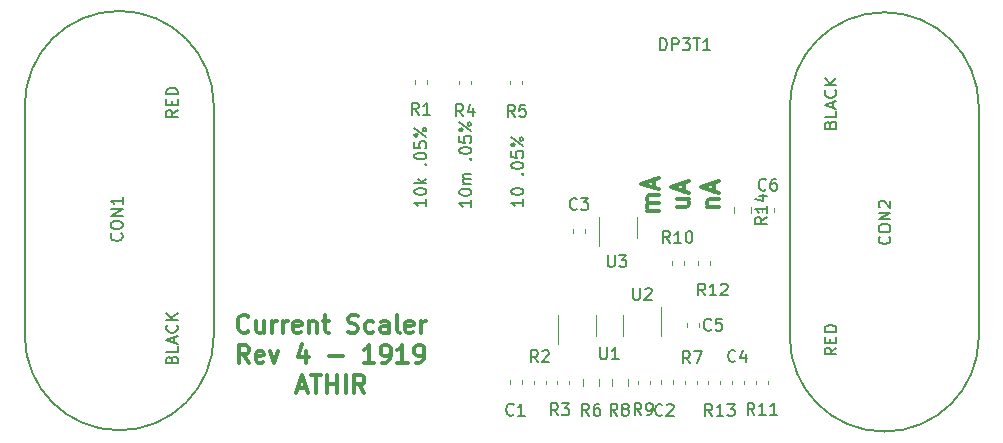
<source format=gto>
G04 #@! TF.GenerationSoftware,KiCad,Pcbnew,(5.1.0)-1*
G04 #@! TF.CreationDate,2019-05-21T21:29:46+02:00*
G04 #@! TF.ProjectId,currentscaler,63757272-656e-4747-9363-616c65722e6b,rev?*
G04 #@! TF.SameCoordinates,Original*
G04 #@! TF.FileFunction,Legend,Top*
G04 #@! TF.FilePolarity,Positive*
%FSLAX46Y46*%
G04 Gerber Fmt 4.6, Leading zero omitted, Abs format (unit mm)*
G04 Created by KiCad (PCBNEW (5.1.0)-1) date 2019-05-21 21:29:46*
%MOMM*%
%LPD*%
G04 APERTURE LIST*
%ADD10C,0.300000*%
%ADD11C,0.120000*%
%ADD12C,0.150000*%
G04 APERTURE END LIST*
D10*
X149128571Y-108285714D02*
X148128571Y-108285714D01*
X148271428Y-108285714D02*
X148200000Y-108214285D01*
X148128571Y-108071428D01*
X148128571Y-107857142D01*
X148200000Y-107714285D01*
X148342857Y-107642857D01*
X149128571Y-107642857D01*
X148342857Y-107642857D02*
X148200000Y-107571428D01*
X148128571Y-107428571D01*
X148128571Y-107214285D01*
X148200000Y-107071428D01*
X148342857Y-107000000D01*
X149128571Y-107000000D01*
X148700000Y-106357142D02*
X148700000Y-105642857D01*
X149128571Y-106500000D02*
X147628571Y-106000000D01*
X149128571Y-105500000D01*
X150678571Y-107321428D02*
X151678571Y-107321428D01*
X150678571Y-107964285D02*
X151464285Y-107964285D01*
X151607142Y-107892857D01*
X151678571Y-107750000D01*
X151678571Y-107535714D01*
X151607142Y-107392857D01*
X151535714Y-107321428D01*
X151250000Y-106678571D02*
X151250000Y-105964285D01*
X151678571Y-106821428D02*
X150178571Y-106321428D01*
X151678571Y-105821428D01*
X153228571Y-107964285D02*
X154228571Y-107964285D01*
X153371428Y-107964285D02*
X153300000Y-107892857D01*
X153228571Y-107750000D01*
X153228571Y-107535714D01*
X153300000Y-107392857D01*
X153442857Y-107321428D01*
X154228571Y-107321428D01*
X153800000Y-106678571D02*
X153800000Y-105964285D01*
X154228571Y-106821428D02*
X152728571Y-106321428D01*
X154228571Y-105821428D01*
X114400000Y-118485714D02*
X114328571Y-118557142D01*
X114114285Y-118628571D01*
X113971428Y-118628571D01*
X113757142Y-118557142D01*
X113614285Y-118414285D01*
X113542857Y-118271428D01*
X113471428Y-117985714D01*
X113471428Y-117771428D01*
X113542857Y-117485714D01*
X113614285Y-117342857D01*
X113757142Y-117200000D01*
X113971428Y-117128571D01*
X114114285Y-117128571D01*
X114328571Y-117200000D01*
X114400000Y-117271428D01*
X115685714Y-117628571D02*
X115685714Y-118628571D01*
X115042857Y-117628571D02*
X115042857Y-118414285D01*
X115114285Y-118557142D01*
X115257142Y-118628571D01*
X115471428Y-118628571D01*
X115614285Y-118557142D01*
X115685714Y-118485714D01*
X116400000Y-118628571D02*
X116400000Y-117628571D01*
X116400000Y-117914285D02*
X116471428Y-117771428D01*
X116542857Y-117700000D01*
X116685714Y-117628571D01*
X116828571Y-117628571D01*
X117328571Y-118628571D02*
X117328571Y-117628571D01*
X117328571Y-117914285D02*
X117400000Y-117771428D01*
X117471428Y-117700000D01*
X117614285Y-117628571D01*
X117757142Y-117628571D01*
X118828571Y-118557142D02*
X118685714Y-118628571D01*
X118400000Y-118628571D01*
X118257142Y-118557142D01*
X118185714Y-118414285D01*
X118185714Y-117842857D01*
X118257142Y-117700000D01*
X118400000Y-117628571D01*
X118685714Y-117628571D01*
X118828571Y-117700000D01*
X118900000Y-117842857D01*
X118900000Y-117985714D01*
X118185714Y-118128571D01*
X119542857Y-117628571D02*
X119542857Y-118628571D01*
X119542857Y-117771428D02*
X119614285Y-117700000D01*
X119757142Y-117628571D01*
X119971428Y-117628571D01*
X120114285Y-117700000D01*
X120185714Y-117842857D01*
X120185714Y-118628571D01*
X120685714Y-117628571D02*
X121257142Y-117628571D01*
X120900000Y-117128571D02*
X120900000Y-118414285D01*
X120971428Y-118557142D01*
X121114285Y-118628571D01*
X121257142Y-118628571D01*
X122828571Y-118557142D02*
X123042857Y-118628571D01*
X123400000Y-118628571D01*
X123542857Y-118557142D01*
X123614285Y-118485714D01*
X123685714Y-118342857D01*
X123685714Y-118200000D01*
X123614285Y-118057142D01*
X123542857Y-117985714D01*
X123400000Y-117914285D01*
X123114285Y-117842857D01*
X122971428Y-117771428D01*
X122900000Y-117700000D01*
X122828571Y-117557142D01*
X122828571Y-117414285D01*
X122900000Y-117271428D01*
X122971428Y-117200000D01*
X123114285Y-117128571D01*
X123471428Y-117128571D01*
X123685714Y-117200000D01*
X124971428Y-118557142D02*
X124828571Y-118628571D01*
X124542857Y-118628571D01*
X124400000Y-118557142D01*
X124328571Y-118485714D01*
X124257142Y-118342857D01*
X124257142Y-117914285D01*
X124328571Y-117771428D01*
X124400000Y-117700000D01*
X124542857Y-117628571D01*
X124828571Y-117628571D01*
X124971428Y-117700000D01*
X126257142Y-118628571D02*
X126257142Y-117842857D01*
X126185714Y-117700000D01*
X126042857Y-117628571D01*
X125757142Y-117628571D01*
X125614285Y-117700000D01*
X126257142Y-118557142D02*
X126114285Y-118628571D01*
X125757142Y-118628571D01*
X125614285Y-118557142D01*
X125542857Y-118414285D01*
X125542857Y-118271428D01*
X125614285Y-118128571D01*
X125757142Y-118057142D01*
X126114285Y-118057142D01*
X126257142Y-117985714D01*
X127185714Y-118628571D02*
X127042857Y-118557142D01*
X126971428Y-118414285D01*
X126971428Y-117128571D01*
X128328571Y-118557142D02*
X128185714Y-118628571D01*
X127900000Y-118628571D01*
X127757142Y-118557142D01*
X127685714Y-118414285D01*
X127685714Y-117842857D01*
X127757142Y-117700000D01*
X127900000Y-117628571D01*
X128185714Y-117628571D01*
X128328571Y-117700000D01*
X128400000Y-117842857D01*
X128400000Y-117985714D01*
X127685714Y-118128571D01*
X129042857Y-118628571D02*
X129042857Y-117628571D01*
X129042857Y-117914285D02*
X129114285Y-117771428D01*
X129185714Y-117700000D01*
X129328571Y-117628571D01*
X129471428Y-117628571D01*
X114435714Y-121178571D02*
X113935714Y-120464285D01*
X113578571Y-121178571D02*
X113578571Y-119678571D01*
X114150000Y-119678571D01*
X114292857Y-119750000D01*
X114364285Y-119821428D01*
X114435714Y-119964285D01*
X114435714Y-120178571D01*
X114364285Y-120321428D01*
X114292857Y-120392857D01*
X114150000Y-120464285D01*
X113578571Y-120464285D01*
X115650000Y-121107142D02*
X115507142Y-121178571D01*
X115221428Y-121178571D01*
X115078571Y-121107142D01*
X115007142Y-120964285D01*
X115007142Y-120392857D01*
X115078571Y-120250000D01*
X115221428Y-120178571D01*
X115507142Y-120178571D01*
X115650000Y-120250000D01*
X115721428Y-120392857D01*
X115721428Y-120535714D01*
X115007142Y-120678571D01*
X116221428Y-120178571D02*
X116578571Y-121178571D01*
X116935714Y-120178571D01*
X119292857Y-120178571D02*
X119292857Y-121178571D01*
X118935714Y-119607142D02*
X118578571Y-120678571D01*
X119507142Y-120678571D01*
X121221428Y-120607142D02*
X122364285Y-120607142D01*
X125007142Y-121178571D02*
X124150000Y-121178571D01*
X124578571Y-121178571D02*
X124578571Y-119678571D01*
X124435714Y-119892857D01*
X124292857Y-120035714D01*
X124150000Y-120107142D01*
X125721428Y-121178571D02*
X126007142Y-121178571D01*
X126150000Y-121107142D01*
X126221428Y-121035714D01*
X126364285Y-120821428D01*
X126435714Y-120535714D01*
X126435714Y-119964285D01*
X126364285Y-119821428D01*
X126292857Y-119750000D01*
X126150000Y-119678571D01*
X125864285Y-119678571D01*
X125721428Y-119750000D01*
X125650000Y-119821428D01*
X125578571Y-119964285D01*
X125578571Y-120321428D01*
X125650000Y-120464285D01*
X125721428Y-120535714D01*
X125864285Y-120607142D01*
X126150000Y-120607142D01*
X126292857Y-120535714D01*
X126364285Y-120464285D01*
X126435714Y-120321428D01*
X127864285Y-121178571D02*
X127007142Y-121178571D01*
X127435714Y-121178571D02*
X127435714Y-119678571D01*
X127292857Y-119892857D01*
X127150000Y-120035714D01*
X127007142Y-120107142D01*
X128578571Y-121178571D02*
X128864285Y-121178571D01*
X129007142Y-121107142D01*
X129078571Y-121035714D01*
X129221428Y-120821428D01*
X129292857Y-120535714D01*
X129292857Y-119964285D01*
X129221428Y-119821428D01*
X129150000Y-119750000D01*
X129007142Y-119678571D01*
X128721428Y-119678571D01*
X128578571Y-119750000D01*
X128507142Y-119821428D01*
X128435714Y-119964285D01*
X128435714Y-120321428D01*
X128507142Y-120464285D01*
X128578571Y-120535714D01*
X128721428Y-120607142D01*
X129007142Y-120607142D01*
X129150000Y-120535714D01*
X129221428Y-120464285D01*
X129292857Y-120321428D01*
X118578571Y-123300000D02*
X119292857Y-123300000D01*
X118435714Y-123728571D02*
X118935714Y-122228571D01*
X119435714Y-123728571D01*
X119721428Y-122228571D02*
X120578571Y-122228571D01*
X120150000Y-123728571D02*
X120150000Y-122228571D01*
X121078571Y-123728571D02*
X121078571Y-122228571D01*
X121078571Y-122942857D02*
X121935714Y-122942857D01*
X121935714Y-123728571D02*
X121935714Y-122228571D01*
X122650000Y-123728571D02*
X122650000Y-122228571D01*
X124221428Y-123728571D02*
X123721428Y-123014285D01*
X123364285Y-123728571D02*
X123364285Y-122228571D01*
X123935714Y-122228571D01*
X124078571Y-122300000D01*
X124150000Y-122371428D01*
X124221428Y-122514285D01*
X124221428Y-122728571D01*
X124150000Y-122871428D01*
X124078571Y-122942857D01*
X123935714Y-123014285D01*
X123364285Y-123014285D01*
D11*
X155490000Y-107953922D02*
X155490000Y-108471078D01*
X156910000Y-107953922D02*
X156910000Y-108471078D01*
X146560000Y-123108578D02*
X146560000Y-122591422D01*
X145140000Y-123108578D02*
X145140000Y-122591422D01*
X142690000Y-122591422D02*
X142690000Y-123108578D01*
X144110000Y-122591422D02*
X144110000Y-123108578D01*
D12*
X160230000Y-99500000D02*
X160230000Y-119000000D01*
X176230000Y-119000000D02*
X176230000Y-99500000D01*
X176230000Y-119000000D02*
G75*
G02X160230000Y-119000000I-8000000J0D01*
G01*
X160230000Y-99500000D02*
G75*
G02X176230000Y-99500000I8000000J0D01*
G01*
X111460000Y-118890000D02*
X111460000Y-99390000D01*
X95460000Y-99390000D02*
X95460000Y-118890000D01*
X95460000Y-99390000D02*
G75*
G02X111460000Y-99390000I8000000J0D01*
G01*
X111460000Y-118890000D02*
G75*
G02X95460000Y-118890000I-8000000J0D01*
G01*
D11*
X149340000Y-123000279D02*
X149340000Y-122674721D01*
X150360000Y-123000279D02*
X150360000Y-122674721D01*
X143860000Y-118900000D02*
X143860000Y-117100000D01*
X140640000Y-117100000D02*
X140640000Y-119550000D01*
X149360000Y-118900000D02*
X149360000Y-116450000D01*
X146140000Y-117100000D02*
X146140000Y-118900000D01*
X147260000Y-110650000D02*
X147260000Y-108850000D01*
X144040000Y-108850000D02*
X144040000Y-111300000D01*
X147340000Y-123012779D02*
X147340000Y-122687221D01*
X148360000Y-123012779D02*
X148360000Y-122687221D01*
X151260000Y-112587221D02*
X151260000Y-112912779D01*
X150240000Y-112587221D02*
X150240000Y-112912779D01*
X132240000Y-97287221D02*
X132240000Y-97612779D01*
X133260000Y-97287221D02*
X133260000Y-97612779D01*
X151340000Y-123012779D02*
X151340000Y-122687221D01*
X152360000Y-123012779D02*
X152360000Y-122687221D01*
X137560000Y-97287221D02*
X137560000Y-97612779D01*
X136540000Y-97287221D02*
X136540000Y-97612779D01*
X153340000Y-123012779D02*
X153340000Y-122687221D01*
X154360000Y-123012779D02*
X154360000Y-122687221D01*
X140490000Y-122687221D02*
X140490000Y-123012779D01*
X141510000Y-122687221D02*
X141510000Y-123012779D01*
X138540000Y-122687221D02*
X138540000Y-123012779D01*
X139560000Y-122687221D02*
X139560000Y-123012779D01*
X129510000Y-97247221D02*
X129510000Y-97572779D01*
X128490000Y-97247221D02*
X128490000Y-97572779D01*
X152490000Y-112912779D02*
X152490000Y-112587221D01*
X153510000Y-112912779D02*
X153510000Y-112587221D01*
X157890000Y-108087221D02*
X157890000Y-108412779D01*
X158910000Y-108087221D02*
X158910000Y-108412779D01*
X158360000Y-123012779D02*
X158360000Y-122687221D01*
X157340000Y-123012779D02*
X157340000Y-122687221D01*
X151490000Y-118162779D02*
X151490000Y-117837221D01*
X152510000Y-118162779D02*
X152510000Y-117837221D01*
X156360000Y-123012779D02*
X156360000Y-122687221D01*
X155340000Y-123012779D02*
X155340000Y-122687221D01*
X142910000Y-109837221D02*
X142910000Y-110162779D01*
X141890000Y-109837221D02*
X141890000Y-110162779D01*
X136540000Y-122674721D02*
X136540000Y-123000279D01*
X137560000Y-122674721D02*
X137560000Y-123000279D01*
D12*
X158302380Y-108855357D02*
X157826190Y-109188690D01*
X158302380Y-109426785D02*
X157302380Y-109426785D01*
X157302380Y-109045833D01*
X157350000Y-108950595D01*
X157397619Y-108902976D01*
X157492857Y-108855357D01*
X157635714Y-108855357D01*
X157730952Y-108902976D01*
X157778571Y-108950595D01*
X157826190Y-109045833D01*
X157826190Y-109426785D01*
X158302380Y-107902976D02*
X158302380Y-108474404D01*
X158302380Y-108188690D02*
X157302380Y-108188690D01*
X157445238Y-108283928D01*
X157540476Y-108379166D01*
X157588095Y-108474404D01*
X157635714Y-107045833D02*
X158302380Y-107045833D01*
X157254761Y-107283928D02*
X157969047Y-107522023D01*
X157969047Y-106902976D01*
X145633333Y-125652380D02*
X145300000Y-125176190D01*
X145061904Y-125652380D02*
X145061904Y-124652380D01*
X145442857Y-124652380D01*
X145538095Y-124700000D01*
X145585714Y-124747619D01*
X145633333Y-124842857D01*
X145633333Y-124985714D01*
X145585714Y-125080952D01*
X145538095Y-125128571D01*
X145442857Y-125176190D01*
X145061904Y-125176190D01*
X146204761Y-125080952D02*
X146109523Y-125033333D01*
X146061904Y-124985714D01*
X146014285Y-124890476D01*
X146014285Y-124842857D01*
X146061904Y-124747619D01*
X146109523Y-124700000D01*
X146204761Y-124652380D01*
X146395238Y-124652380D01*
X146490476Y-124700000D01*
X146538095Y-124747619D01*
X146585714Y-124842857D01*
X146585714Y-124890476D01*
X146538095Y-124985714D01*
X146490476Y-125033333D01*
X146395238Y-125080952D01*
X146204761Y-125080952D01*
X146109523Y-125128571D01*
X146061904Y-125176190D01*
X146014285Y-125271428D01*
X146014285Y-125461904D01*
X146061904Y-125557142D01*
X146109523Y-125604761D01*
X146204761Y-125652380D01*
X146395238Y-125652380D01*
X146490476Y-125604761D01*
X146538095Y-125557142D01*
X146585714Y-125461904D01*
X146585714Y-125271428D01*
X146538095Y-125176190D01*
X146490476Y-125128571D01*
X146395238Y-125080952D01*
X143233333Y-125652380D02*
X142900000Y-125176190D01*
X142661904Y-125652380D02*
X142661904Y-124652380D01*
X143042857Y-124652380D01*
X143138095Y-124700000D01*
X143185714Y-124747619D01*
X143233333Y-124842857D01*
X143233333Y-124985714D01*
X143185714Y-125080952D01*
X143138095Y-125128571D01*
X143042857Y-125176190D01*
X142661904Y-125176190D01*
X144090476Y-124652380D02*
X143900000Y-124652380D01*
X143804761Y-124700000D01*
X143757142Y-124747619D01*
X143661904Y-124890476D01*
X143614285Y-125080952D01*
X143614285Y-125461904D01*
X143661904Y-125557142D01*
X143709523Y-125604761D01*
X143804761Y-125652380D01*
X143995238Y-125652380D01*
X144090476Y-125604761D01*
X144138095Y-125557142D01*
X144185714Y-125461904D01*
X144185714Y-125223809D01*
X144138095Y-125128571D01*
X144090476Y-125080952D01*
X143995238Y-125033333D01*
X143804761Y-125033333D01*
X143709523Y-125080952D01*
X143661904Y-125128571D01*
X143614285Y-125223809D01*
X149254761Y-94702380D02*
X149254761Y-93702380D01*
X149492857Y-93702380D01*
X149635714Y-93750000D01*
X149730952Y-93845238D01*
X149778571Y-93940476D01*
X149826190Y-94130952D01*
X149826190Y-94273809D01*
X149778571Y-94464285D01*
X149730952Y-94559523D01*
X149635714Y-94654761D01*
X149492857Y-94702380D01*
X149254761Y-94702380D01*
X150254761Y-94702380D02*
X150254761Y-93702380D01*
X150635714Y-93702380D01*
X150730952Y-93750000D01*
X150778571Y-93797619D01*
X150826190Y-93892857D01*
X150826190Y-94035714D01*
X150778571Y-94130952D01*
X150730952Y-94178571D01*
X150635714Y-94226190D01*
X150254761Y-94226190D01*
X151159523Y-93702380D02*
X151778571Y-93702380D01*
X151445238Y-94083333D01*
X151588095Y-94083333D01*
X151683333Y-94130952D01*
X151730952Y-94178571D01*
X151778571Y-94273809D01*
X151778571Y-94511904D01*
X151730952Y-94607142D01*
X151683333Y-94654761D01*
X151588095Y-94702380D01*
X151302380Y-94702380D01*
X151207142Y-94654761D01*
X151159523Y-94607142D01*
X152064285Y-93702380D02*
X152635714Y-93702380D01*
X152350000Y-94702380D02*
X152350000Y-93702380D01*
X153492857Y-94702380D02*
X152921428Y-94702380D01*
X153207142Y-94702380D02*
X153207142Y-93702380D01*
X153111904Y-93845238D01*
X153016666Y-93940476D01*
X152921428Y-93988095D01*
X168657142Y-110504285D02*
X168704761Y-110551904D01*
X168752380Y-110694761D01*
X168752380Y-110790000D01*
X168704761Y-110932857D01*
X168609523Y-111028095D01*
X168514285Y-111075714D01*
X168323809Y-111123333D01*
X168180952Y-111123333D01*
X167990476Y-111075714D01*
X167895238Y-111028095D01*
X167800000Y-110932857D01*
X167752380Y-110790000D01*
X167752380Y-110694761D01*
X167800000Y-110551904D01*
X167847619Y-110504285D01*
X167752380Y-109885238D02*
X167752380Y-109694761D01*
X167800000Y-109599523D01*
X167895238Y-109504285D01*
X168085714Y-109456666D01*
X168419047Y-109456666D01*
X168609523Y-109504285D01*
X168704761Y-109599523D01*
X168752380Y-109694761D01*
X168752380Y-109885238D01*
X168704761Y-109980476D01*
X168609523Y-110075714D01*
X168419047Y-110123333D01*
X168085714Y-110123333D01*
X167895238Y-110075714D01*
X167800000Y-109980476D01*
X167752380Y-109885238D01*
X168752380Y-109028095D02*
X167752380Y-109028095D01*
X168752380Y-108456666D01*
X167752380Y-108456666D01*
X167847619Y-108028095D02*
X167800000Y-107980476D01*
X167752380Y-107885238D01*
X167752380Y-107647142D01*
X167800000Y-107551904D01*
X167847619Y-107504285D01*
X167942857Y-107456666D01*
X168038095Y-107456666D01*
X168180952Y-107504285D01*
X168752380Y-108075714D01*
X168752380Y-107456666D01*
X163658571Y-101011904D02*
X163706190Y-100869047D01*
X163753809Y-100821428D01*
X163849047Y-100773809D01*
X163991904Y-100773809D01*
X164087142Y-100821428D01*
X164134761Y-100869047D01*
X164182380Y-100964285D01*
X164182380Y-101345238D01*
X163182380Y-101345238D01*
X163182380Y-101011904D01*
X163230000Y-100916666D01*
X163277619Y-100869047D01*
X163372857Y-100821428D01*
X163468095Y-100821428D01*
X163563333Y-100869047D01*
X163610952Y-100916666D01*
X163658571Y-101011904D01*
X163658571Y-101345238D01*
X164182380Y-99869047D02*
X164182380Y-100345238D01*
X163182380Y-100345238D01*
X163896666Y-99583333D02*
X163896666Y-99107142D01*
X164182380Y-99678571D02*
X163182380Y-99345238D01*
X164182380Y-99011904D01*
X164087142Y-98107142D02*
X164134761Y-98154761D01*
X164182380Y-98297619D01*
X164182380Y-98392857D01*
X164134761Y-98535714D01*
X164039523Y-98630952D01*
X163944285Y-98678571D01*
X163753809Y-98726190D01*
X163610952Y-98726190D01*
X163420476Y-98678571D01*
X163325238Y-98630952D01*
X163230000Y-98535714D01*
X163182380Y-98392857D01*
X163182380Y-98297619D01*
X163230000Y-98154761D01*
X163277619Y-98107142D01*
X164182380Y-97678571D02*
X163182380Y-97678571D01*
X164182380Y-97107142D02*
X163610952Y-97535714D01*
X163182380Y-97107142D02*
X163753809Y-97678571D01*
X164182380Y-119892857D02*
X163706190Y-120226190D01*
X164182380Y-120464285D02*
X163182380Y-120464285D01*
X163182380Y-120083333D01*
X163230000Y-119988095D01*
X163277619Y-119940476D01*
X163372857Y-119892857D01*
X163515714Y-119892857D01*
X163610952Y-119940476D01*
X163658571Y-119988095D01*
X163706190Y-120083333D01*
X163706190Y-120464285D01*
X163658571Y-119464285D02*
X163658571Y-119130952D01*
X164182380Y-118988095D02*
X164182380Y-119464285D01*
X163182380Y-119464285D01*
X163182380Y-118988095D01*
X164182380Y-118559523D02*
X163182380Y-118559523D01*
X163182380Y-118321428D01*
X163230000Y-118178571D01*
X163325238Y-118083333D01*
X163420476Y-118035714D01*
X163610952Y-117988095D01*
X163753809Y-117988095D01*
X163944285Y-118035714D01*
X164039523Y-118083333D01*
X164134761Y-118178571D01*
X164182380Y-118321428D01*
X164182380Y-118559523D01*
X103647142Y-110224285D02*
X103694761Y-110271904D01*
X103742380Y-110414761D01*
X103742380Y-110510000D01*
X103694761Y-110652857D01*
X103599523Y-110748095D01*
X103504285Y-110795714D01*
X103313809Y-110843333D01*
X103170952Y-110843333D01*
X102980476Y-110795714D01*
X102885238Y-110748095D01*
X102790000Y-110652857D01*
X102742380Y-110510000D01*
X102742380Y-110414761D01*
X102790000Y-110271904D01*
X102837619Y-110224285D01*
X102742380Y-109605238D02*
X102742380Y-109414761D01*
X102790000Y-109319523D01*
X102885238Y-109224285D01*
X103075714Y-109176666D01*
X103409047Y-109176666D01*
X103599523Y-109224285D01*
X103694761Y-109319523D01*
X103742380Y-109414761D01*
X103742380Y-109605238D01*
X103694761Y-109700476D01*
X103599523Y-109795714D01*
X103409047Y-109843333D01*
X103075714Y-109843333D01*
X102885238Y-109795714D01*
X102790000Y-109700476D01*
X102742380Y-109605238D01*
X103742380Y-108748095D02*
X102742380Y-108748095D01*
X103742380Y-108176666D01*
X102742380Y-108176666D01*
X103742380Y-107176666D02*
X103742380Y-107748095D01*
X103742380Y-107462380D02*
X102742380Y-107462380D01*
X102885238Y-107557619D01*
X102980476Y-107652857D01*
X103028095Y-107748095D01*
X107888571Y-120901904D02*
X107936190Y-120759047D01*
X107983809Y-120711428D01*
X108079047Y-120663809D01*
X108221904Y-120663809D01*
X108317142Y-120711428D01*
X108364761Y-120759047D01*
X108412380Y-120854285D01*
X108412380Y-121235238D01*
X107412380Y-121235238D01*
X107412380Y-120901904D01*
X107460000Y-120806666D01*
X107507619Y-120759047D01*
X107602857Y-120711428D01*
X107698095Y-120711428D01*
X107793333Y-120759047D01*
X107840952Y-120806666D01*
X107888571Y-120901904D01*
X107888571Y-121235238D01*
X108412380Y-119759047D02*
X108412380Y-120235238D01*
X107412380Y-120235238D01*
X108126666Y-119473333D02*
X108126666Y-118997142D01*
X108412380Y-119568571D02*
X107412380Y-119235238D01*
X108412380Y-118901904D01*
X108317142Y-117997142D02*
X108364761Y-118044761D01*
X108412380Y-118187619D01*
X108412380Y-118282857D01*
X108364761Y-118425714D01*
X108269523Y-118520952D01*
X108174285Y-118568571D01*
X107983809Y-118616190D01*
X107840952Y-118616190D01*
X107650476Y-118568571D01*
X107555238Y-118520952D01*
X107460000Y-118425714D01*
X107412380Y-118282857D01*
X107412380Y-118187619D01*
X107460000Y-118044761D01*
X107507619Y-117997142D01*
X108412380Y-117568571D02*
X107412380Y-117568571D01*
X108412380Y-116997142D02*
X107840952Y-117425714D01*
X107412380Y-116997142D02*
X107983809Y-117568571D01*
X108412380Y-99782857D02*
X107936190Y-100116190D01*
X108412380Y-100354285D02*
X107412380Y-100354285D01*
X107412380Y-99973333D01*
X107460000Y-99878095D01*
X107507619Y-99830476D01*
X107602857Y-99782857D01*
X107745714Y-99782857D01*
X107840952Y-99830476D01*
X107888571Y-99878095D01*
X107936190Y-99973333D01*
X107936190Y-100354285D01*
X107888571Y-99354285D02*
X107888571Y-99020952D01*
X108412380Y-98878095D02*
X108412380Y-99354285D01*
X107412380Y-99354285D01*
X107412380Y-98878095D01*
X108412380Y-98449523D02*
X107412380Y-98449523D01*
X107412380Y-98211428D01*
X107460000Y-98068571D01*
X107555238Y-97973333D01*
X107650476Y-97925714D01*
X107840952Y-97878095D01*
X107983809Y-97878095D01*
X108174285Y-97925714D01*
X108269523Y-97973333D01*
X108364761Y-98068571D01*
X108412380Y-98211428D01*
X108412380Y-98449523D01*
X149433333Y-125577142D02*
X149385714Y-125624761D01*
X149242857Y-125672380D01*
X149147619Y-125672380D01*
X149004761Y-125624761D01*
X148909523Y-125529523D01*
X148861904Y-125434285D01*
X148814285Y-125243809D01*
X148814285Y-125100952D01*
X148861904Y-124910476D01*
X148909523Y-124815238D01*
X149004761Y-124720000D01*
X149147619Y-124672380D01*
X149242857Y-124672380D01*
X149385714Y-124720000D01*
X149433333Y-124767619D01*
X149814285Y-124767619D02*
X149861904Y-124720000D01*
X149957142Y-124672380D01*
X150195238Y-124672380D01*
X150290476Y-124720000D01*
X150338095Y-124767619D01*
X150385714Y-124862857D01*
X150385714Y-124958095D01*
X150338095Y-125100952D01*
X149766666Y-125672380D01*
X150385714Y-125672380D01*
X144158095Y-119872380D02*
X144158095Y-120681904D01*
X144205714Y-120777142D01*
X144253333Y-120824761D01*
X144348571Y-120872380D01*
X144539047Y-120872380D01*
X144634285Y-120824761D01*
X144681904Y-120777142D01*
X144729523Y-120681904D01*
X144729523Y-119872380D01*
X145729523Y-120872380D02*
X145158095Y-120872380D01*
X145443809Y-120872380D02*
X145443809Y-119872380D01*
X145348571Y-120015238D01*
X145253333Y-120110476D01*
X145158095Y-120158095D01*
X146968095Y-114842380D02*
X146968095Y-115651904D01*
X147015714Y-115747142D01*
X147063333Y-115794761D01*
X147158571Y-115842380D01*
X147349047Y-115842380D01*
X147444285Y-115794761D01*
X147491904Y-115747142D01*
X147539523Y-115651904D01*
X147539523Y-114842380D01*
X147968095Y-114937619D02*
X148015714Y-114890000D01*
X148110952Y-114842380D01*
X148349047Y-114842380D01*
X148444285Y-114890000D01*
X148491904Y-114937619D01*
X148539523Y-115032857D01*
X148539523Y-115128095D01*
X148491904Y-115270952D01*
X147920476Y-115842380D01*
X148539523Y-115842380D01*
X144828095Y-112072380D02*
X144828095Y-112881904D01*
X144875714Y-112977142D01*
X144923333Y-113024761D01*
X145018571Y-113072380D01*
X145209047Y-113072380D01*
X145304285Y-113024761D01*
X145351904Y-112977142D01*
X145399523Y-112881904D01*
X145399523Y-112072380D01*
X145780476Y-112072380D02*
X146399523Y-112072380D01*
X146066190Y-112453333D01*
X146209047Y-112453333D01*
X146304285Y-112500952D01*
X146351904Y-112548571D01*
X146399523Y-112643809D01*
X146399523Y-112881904D01*
X146351904Y-112977142D01*
X146304285Y-113024761D01*
X146209047Y-113072380D01*
X145923333Y-113072380D01*
X145828095Y-113024761D01*
X145780476Y-112977142D01*
X147663333Y-125602380D02*
X147330000Y-125126190D01*
X147091904Y-125602380D02*
X147091904Y-124602380D01*
X147472857Y-124602380D01*
X147568095Y-124650000D01*
X147615714Y-124697619D01*
X147663333Y-124792857D01*
X147663333Y-124935714D01*
X147615714Y-125030952D01*
X147568095Y-125078571D01*
X147472857Y-125126190D01*
X147091904Y-125126190D01*
X148139523Y-125602380D02*
X148330000Y-125602380D01*
X148425238Y-125554761D01*
X148472857Y-125507142D01*
X148568095Y-125364285D01*
X148615714Y-125173809D01*
X148615714Y-124792857D01*
X148568095Y-124697619D01*
X148520476Y-124650000D01*
X148425238Y-124602380D01*
X148234761Y-124602380D01*
X148139523Y-124650000D01*
X148091904Y-124697619D01*
X148044285Y-124792857D01*
X148044285Y-125030952D01*
X148091904Y-125126190D01*
X148139523Y-125173809D01*
X148234761Y-125221428D01*
X148425238Y-125221428D01*
X148520476Y-125173809D01*
X148568095Y-125126190D01*
X148615714Y-125030952D01*
X150087142Y-111032380D02*
X149753809Y-110556190D01*
X149515714Y-111032380D02*
X149515714Y-110032380D01*
X149896666Y-110032380D01*
X149991904Y-110080000D01*
X150039523Y-110127619D01*
X150087142Y-110222857D01*
X150087142Y-110365714D01*
X150039523Y-110460952D01*
X149991904Y-110508571D01*
X149896666Y-110556190D01*
X149515714Y-110556190D01*
X151039523Y-111032380D02*
X150468095Y-111032380D01*
X150753809Y-111032380D02*
X150753809Y-110032380D01*
X150658571Y-110175238D01*
X150563333Y-110270476D01*
X150468095Y-110318095D01*
X151658571Y-110032380D02*
X151753809Y-110032380D01*
X151849047Y-110080000D01*
X151896666Y-110127619D01*
X151944285Y-110222857D01*
X151991904Y-110413333D01*
X151991904Y-110651428D01*
X151944285Y-110841904D01*
X151896666Y-110937142D01*
X151849047Y-110984761D01*
X151753809Y-111032380D01*
X151658571Y-111032380D01*
X151563333Y-110984761D01*
X151515714Y-110937142D01*
X151468095Y-110841904D01*
X151420476Y-110651428D01*
X151420476Y-110413333D01*
X151468095Y-110222857D01*
X151515714Y-110127619D01*
X151563333Y-110080000D01*
X151658571Y-110032380D01*
X132573333Y-100302380D02*
X132240000Y-99826190D01*
X132001904Y-100302380D02*
X132001904Y-99302380D01*
X132382857Y-99302380D01*
X132478095Y-99350000D01*
X132525714Y-99397619D01*
X132573333Y-99492857D01*
X132573333Y-99635714D01*
X132525714Y-99730952D01*
X132478095Y-99778571D01*
X132382857Y-99826190D01*
X132001904Y-99826190D01*
X133430476Y-99635714D02*
X133430476Y-100302380D01*
X133192380Y-99254761D02*
X132954285Y-99969047D01*
X133573333Y-99969047D01*
X133252380Y-107400000D02*
X133252380Y-107971428D01*
X133252380Y-107685714D02*
X132252380Y-107685714D01*
X132395238Y-107780952D01*
X132490476Y-107876190D01*
X132538095Y-107971428D01*
X132252380Y-106780952D02*
X132252380Y-106685714D01*
X132300000Y-106590476D01*
X132347619Y-106542857D01*
X132442857Y-106495238D01*
X132633333Y-106447619D01*
X132871428Y-106447619D01*
X133061904Y-106495238D01*
X133157142Y-106542857D01*
X133204761Y-106590476D01*
X133252380Y-106685714D01*
X133252380Y-106780952D01*
X133204761Y-106876190D01*
X133157142Y-106923809D01*
X133061904Y-106971428D01*
X132871428Y-107019047D01*
X132633333Y-107019047D01*
X132442857Y-106971428D01*
X132347619Y-106923809D01*
X132300000Y-106876190D01*
X132252380Y-106780952D01*
X133252380Y-106019047D02*
X132585714Y-106019047D01*
X132680952Y-106019047D02*
X132633333Y-105971428D01*
X132585714Y-105876190D01*
X132585714Y-105733333D01*
X132633333Y-105638095D01*
X132728571Y-105590476D01*
X133252380Y-105590476D01*
X132728571Y-105590476D02*
X132633333Y-105542857D01*
X132585714Y-105447619D01*
X132585714Y-105304761D01*
X132633333Y-105209523D01*
X132728571Y-105161904D01*
X133252380Y-105161904D01*
X133157142Y-103923809D02*
X133204761Y-103876190D01*
X133252380Y-103923809D01*
X133204761Y-103971428D01*
X133157142Y-103923809D01*
X133252380Y-103923809D01*
X132252380Y-103257142D02*
X132252380Y-103161904D01*
X132300000Y-103066666D01*
X132347619Y-103019047D01*
X132442857Y-102971428D01*
X132633333Y-102923809D01*
X132871428Y-102923809D01*
X133061904Y-102971428D01*
X133157142Y-103019047D01*
X133204761Y-103066666D01*
X133252380Y-103161904D01*
X133252380Y-103257142D01*
X133204761Y-103352380D01*
X133157142Y-103400000D01*
X133061904Y-103447619D01*
X132871428Y-103495238D01*
X132633333Y-103495238D01*
X132442857Y-103447619D01*
X132347619Y-103400000D01*
X132300000Y-103352380D01*
X132252380Y-103257142D01*
X132252380Y-102019047D02*
X132252380Y-102495238D01*
X132728571Y-102542857D01*
X132680952Y-102495238D01*
X132633333Y-102400000D01*
X132633333Y-102161904D01*
X132680952Y-102066666D01*
X132728571Y-102019047D01*
X132823809Y-101971428D01*
X133061904Y-101971428D01*
X133157142Y-102019047D01*
X133204761Y-102066666D01*
X133252380Y-102161904D01*
X133252380Y-102400000D01*
X133204761Y-102495238D01*
X133157142Y-102542857D01*
X133252380Y-101590476D02*
X132252380Y-100828571D01*
X132252380Y-101447619D02*
X132300000Y-101352380D01*
X132395238Y-101304761D01*
X132490476Y-101352380D01*
X132538095Y-101447619D01*
X132490476Y-101542857D01*
X132395238Y-101590476D01*
X132300000Y-101542857D01*
X132252380Y-101447619D01*
X133204761Y-100876190D02*
X133109523Y-100828571D01*
X133014285Y-100876190D01*
X132966666Y-100971428D01*
X133014285Y-101066666D01*
X133109523Y-101114285D01*
X133204761Y-101066666D01*
X133252380Y-100971428D01*
X133204761Y-100876190D01*
X151773333Y-121212380D02*
X151440000Y-120736190D01*
X151201904Y-121212380D02*
X151201904Y-120212380D01*
X151582857Y-120212380D01*
X151678095Y-120260000D01*
X151725714Y-120307619D01*
X151773333Y-120402857D01*
X151773333Y-120545714D01*
X151725714Y-120640952D01*
X151678095Y-120688571D01*
X151582857Y-120736190D01*
X151201904Y-120736190D01*
X152106666Y-120212380D02*
X152773333Y-120212380D01*
X152344761Y-121212380D01*
X136933333Y-100342380D02*
X136600000Y-99866190D01*
X136361904Y-100342380D02*
X136361904Y-99342380D01*
X136742857Y-99342380D01*
X136838095Y-99390000D01*
X136885714Y-99437619D01*
X136933333Y-99532857D01*
X136933333Y-99675714D01*
X136885714Y-99770952D01*
X136838095Y-99818571D01*
X136742857Y-99866190D01*
X136361904Y-99866190D01*
X137838095Y-99342380D02*
X137361904Y-99342380D01*
X137314285Y-99818571D01*
X137361904Y-99770952D01*
X137457142Y-99723333D01*
X137695238Y-99723333D01*
X137790476Y-99770952D01*
X137838095Y-99818571D01*
X137885714Y-99913809D01*
X137885714Y-100151904D01*
X137838095Y-100247142D01*
X137790476Y-100294761D01*
X137695238Y-100342380D01*
X137457142Y-100342380D01*
X137361904Y-100294761D01*
X137314285Y-100247142D01*
X137652380Y-107333333D02*
X137652380Y-107904761D01*
X137652380Y-107619047D02*
X136652380Y-107619047D01*
X136795238Y-107714285D01*
X136890476Y-107809523D01*
X136938095Y-107904761D01*
X136652380Y-106714285D02*
X136652380Y-106619047D01*
X136700000Y-106523809D01*
X136747619Y-106476190D01*
X136842857Y-106428571D01*
X137033333Y-106380952D01*
X137271428Y-106380952D01*
X137461904Y-106428571D01*
X137557142Y-106476190D01*
X137604761Y-106523809D01*
X137652380Y-106619047D01*
X137652380Y-106714285D01*
X137604761Y-106809523D01*
X137557142Y-106857142D01*
X137461904Y-106904761D01*
X137271428Y-106952380D01*
X137033333Y-106952380D01*
X136842857Y-106904761D01*
X136747619Y-106857142D01*
X136700000Y-106809523D01*
X136652380Y-106714285D01*
X137557142Y-105190476D02*
X137604761Y-105142857D01*
X137652380Y-105190476D01*
X137604761Y-105238095D01*
X137557142Y-105190476D01*
X137652380Y-105190476D01*
X136652380Y-104523809D02*
X136652380Y-104428571D01*
X136700000Y-104333333D01*
X136747619Y-104285714D01*
X136842857Y-104238095D01*
X137033333Y-104190476D01*
X137271428Y-104190476D01*
X137461904Y-104238095D01*
X137557142Y-104285714D01*
X137604761Y-104333333D01*
X137652380Y-104428571D01*
X137652380Y-104523809D01*
X137604761Y-104619047D01*
X137557142Y-104666666D01*
X137461904Y-104714285D01*
X137271428Y-104761904D01*
X137033333Y-104761904D01*
X136842857Y-104714285D01*
X136747619Y-104666666D01*
X136700000Y-104619047D01*
X136652380Y-104523809D01*
X136652380Y-103285714D02*
X136652380Y-103761904D01*
X137128571Y-103809523D01*
X137080952Y-103761904D01*
X137033333Y-103666666D01*
X137033333Y-103428571D01*
X137080952Y-103333333D01*
X137128571Y-103285714D01*
X137223809Y-103238095D01*
X137461904Y-103238095D01*
X137557142Y-103285714D01*
X137604761Y-103333333D01*
X137652380Y-103428571D01*
X137652380Y-103666666D01*
X137604761Y-103761904D01*
X137557142Y-103809523D01*
X137652380Y-102857142D02*
X136652380Y-102095238D01*
X136652380Y-102714285D02*
X136700000Y-102619047D01*
X136795238Y-102571428D01*
X136890476Y-102619047D01*
X136938095Y-102714285D01*
X136890476Y-102809523D01*
X136795238Y-102857142D01*
X136700000Y-102809523D01*
X136652380Y-102714285D01*
X137604761Y-102142857D02*
X137509523Y-102095238D01*
X137414285Y-102142857D01*
X137366666Y-102238095D01*
X137414285Y-102333333D01*
X137509523Y-102380952D01*
X137604761Y-102333333D01*
X137652380Y-102238095D01*
X137604761Y-102142857D01*
X153657142Y-125672380D02*
X153323809Y-125196190D01*
X153085714Y-125672380D02*
X153085714Y-124672380D01*
X153466666Y-124672380D01*
X153561904Y-124720000D01*
X153609523Y-124767619D01*
X153657142Y-124862857D01*
X153657142Y-125005714D01*
X153609523Y-125100952D01*
X153561904Y-125148571D01*
X153466666Y-125196190D01*
X153085714Y-125196190D01*
X154609523Y-125672380D02*
X154038095Y-125672380D01*
X154323809Y-125672380D02*
X154323809Y-124672380D01*
X154228571Y-124815238D01*
X154133333Y-124910476D01*
X154038095Y-124958095D01*
X154942857Y-124672380D02*
X155561904Y-124672380D01*
X155228571Y-125053333D01*
X155371428Y-125053333D01*
X155466666Y-125100952D01*
X155514285Y-125148571D01*
X155561904Y-125243809D01*
X155561904Y-125481904D01*
X155514285Y-125577142D01*
X155466666Y-125624761D01*
X155371428Y-125672380D01*
X155085714Y-125672380D01*
X154990476Y-125624761D01*
X154942857Y-125577142D01*
X140603333Y-125622380D02*
X140270000Y-125146190D01*
X140031904Y-125622380D02*
X140031904Y-124622380D01*
X140412857Y-124622380D01*
X140508095Y-124670000D01*
X140555714Y-124717619D01*
X140603333Y-124812857D01*
X140603333Y-124955714D01*
X140555714Y-125050952D01*
X140508095Y-125098571D01*
X140412857Y-125146190D01*
X140031904Y-125146190D01*
X140936666Y-124622380D02*
X141555714Y-124622380D01*
X141222380Y-125003333D01*
X141365238Y-125003333D01*
X141460476Y-125050952D01*
X141508095Y-125098571D01*
X141555714Y-125193809D01*
X141555714Y-125431904D01*
X141508095Y-125527142D01*
X141460476Y-125574761D01*
X141365238Y-125622380D01*
X141079523Y-125622380D01*
X140984285Y-125574761D01*
X140936666Y-125527142D01*
X138893333Y-121122380D02*
X138560000Y-120646190D01*
X138321904Y-121122380D02*
X138321904Y-120122380D01*
X138702857Y-120122380D01*
X138798095Y-120170000D01*
X138845714Y-120217619D01*
X138893333Y-120312857D01*
X138893333Y-120455714D01*
X138845714Y-120550952D01*
X138798095Y-120598571D01*
X138702857Y-120646190D01*
X138321904Y-120646190D01*
X139274285Y-120217619D02*
X139321904Y-120170000D01*
X139417142Y-120122380D01*
X139655238Y-120122380D01*
X139750476Y-120170000D01*
X139798095Y-120217619D01*
X139845714Y-120312857D01*
X139845714Y-120408095D01*
X139798095Y-120550952D01*
X139226666Y-121122380D01*
X139845714Y-121122380D01*
X128813333Y-100162380D02*
X128480000Y-99686190D01*
X128241904Y-100162380D02*
X128241904Y-99162380D01*
X128622857Y-99162380D01*
X128718095Y-99210000D01*
X128765714Y-99257619D01*
X128813333Y-99352857D01*
X128813333Y-99495714D01*
X128765714Y-99590952D01*
X128718095Y-99638571D01*
X128622857Y-99686190D01*
X128241904Y-99686190D01*
X129765714Y-100162380D02*
X129194285Y-100162380D01*
X129480000Y-100162380D02*
X129480000Y-99162380D01*
X129384761Y-99305238D01*
X129289523Y-99400476D01*
X129194285Y-99448095D01*
X129452380Y-107338095D02*
X129452380Y-107909523D01*
X129452380Y-107623809D02*
X128452380Y-107623809D01*
X128595238Y-107719047D01*
X128690476Y-107814285D01*
X128738095Y-107909523D01*
X128452380Y-106719047D02*
X128452380Y-106623809D01*
X128500000Y-106528571D01*
X128547619Y-106480952D01*
X128642857Y-106433333D01*
X128833333Y-106385714D01*
X129071428Y-106385714D01*
X129261904Y-106433333D01*
X129357142Y-106480952D01*
X129404761Y-106528571D01*
X129452380Y-106623809D01*
X129452380Y-106719047D01*
X129404761Y-106814285D01*
X129357142Y-106861904D01*
X129261904Y-106909523D01*
X129071428Y-106957142D01*
X128833333Y-106957142D01*
X128642857Y-106909523D01*
X128547619Y-106861904D01*
X128500000Y-106814285D01*
X128452380Y-106719047D01*
X129452380Y-105957142D02*
X128452380Y-105957142D01*
X129071428Y-105861904D02*
X129452380Y-105576190D01*
X128785714Y-105576190D02*
X129166666Y-105957142D01*
X129357142Y-104385714D02*
X129404761Y-104338095D01*
X129452380Y-104385714D01*
X129404761Y-104433333D01*
X129357142Y-104385714D01*
X129452380Y-104385714D01*
X128452380Y-103719047D02*
X128452380Y-103623809D01*
X128500000Y-103528571D01*
X128547619Y-103480952D01*
X128642857Y-103433333D01*
X128833333Y-103385714D01*
X129071428Y-103385714D01*
X129261904Y-103433333D01*
X129357142Y-103480952D01*
X129404761Y-103528571D01*
X129452380Y-103623809D01*
X129452380Y-103719047D01*
X129404761Y-103814285D01*
X129357142Y-103861904D01*
X129261904Y-103909523D01*
X129071428Y-103957142D01*
X128833333Y-103957142D01*
X128642857Y-103909523D01*
X128547619Y-103861904D01*
X128500000Y-103814285D01*
X128452380Y-103719047D01*
X128452380Y-102480952D02*
X128452380Y-102957142D01*
X128928571Y-103004761D01*
X128880952Y-102957142D01*
X128833333Y-102861904D01*
X128833333Y-102623809D01*
X128880952Y-102528571D01*
X128928571Y-102480952D01*
X129023809Y-102433333D01*
X129261904Y-102433333D01*
X129357142Y-102480952D01*
X129404761Y-102528571D01*
X129452380Y-102623809D01*
X129452380Y-102861904D01*
X129404761Y-102957142D01*
X129357142Y-103004761D01*
X129452380Y-102052380D02*
X128452380Y-101290476D01*
X128452380Y-101909523D02*
X128500000Y-101814285D01*
X128595238Y-101766666D01*
X128690476Y-101814285D01*
X128738095Y-101909523D01*
X128690476Y-102004761D01*
X128595238Y-102052380D01*
X128500000Y-102004761D01*
X128452380Y-101909523D01*
X129404761Y-101338095D02*
X129309523Y-101290476D01*
X129214285Y-101338095D01*
X129166666Y-101433333D01*
X129214285Y-101528571D01*
X129309523Y-101576190D01*
X129404761Y-101528571D01*
X129452380Y-101433333D01*
X129404761Y-101338095D01*
X153067142Y-115472380D02*
X152733809Y-114996190D01*
X152495714Y-115472380D02*
X152495714Y-114472380D01*
X152876666Y-114472380D01*
X152971904Y-114520000D01*
X153019523Y-114567619D01*
X153067142Y-114662857D01*
X153067142Y-114805714D01*
X153019523Y-114900952D01*
X152971904Y-114948571D01*
X152876666Y-114996190D01*
X152495714Y-114996190D01*
X154019523Y-115472380D02*
X153448095Y-115472380D01*
X153733809Y-115472380D02*
X153733809Y-114472380D01*
X153638571Y-114615238D01*
X153543333Y-114710476D01*
X153448095Y-114758095D01*
X154400476Y-114567619D02*
X154448095Y-114520000D01*
X154543333Y-114472380D01*
X154781428Y-114472380D01*
X154876666Y-114520000D01*
X154924285Y-114567619D01*
X154971904Y-114662857D01*
X154971904Y-114758095D01*
X154924285Y-114900952D01*
X154352857Y-115472380D01*
X154971904Y-115472380D01*
X158213333Y-106497142D02*
X158165714Y-106544761D01*
X158022857Y-106592380D01*
X157927619Y-106592380D01*
X157784761Y-106544761D01*
X157689523Y-106449523D01*
X157641904Y-106354285D01*
X157594285Y-106163809D01*
X157594285Y-106020952D01*
X157641904Y-105830476D01*
X157689523Y-105735238D01*
X157784761Y-105640000D01*
X157927619Y-105592380D01*
X158022857Y-105592380D01*
X158165714Y-105640000D01*
X158213333Y-105687619D01*
X159070476Y-105592380D02*
X158880000Y-105592380D01*
X158784761Y-105640000D01*
X158737142Y-105687619D01*
X158641904Y-105830476D01*
X158594285Y-106020952D01*
X158594285Y-106401904D01*
X158641904Y-106497142D01*
X158689523Y-106544761D01*
X158784761Y-106592380D01*
X158975238Y-106592380D01*
X159070476Y-106544761D01*
X159118095Y-106497142D01*
X159165714Y-106401904D01*
X159165714Y-106163809D01*
X159118095Y-106068571D01*
X159070476Y-106020952D01*
X158975238Y-105973333D01*
X158784761Y-105973333D01*
X158689523Y-106020952D01*
X158641904Y-106068571D01*
X158594285Y-106163809D01*
X157237142Y-125582380D02*
X156903809Y-125106190D01*
X156665714Y-125582380D02*
X156665714Y-124582380D01*
X157046666Y-124582380D01*
X157141904Y-124630000D01*
X157189523Y-124677619D01*
X157237142Y-124772857D01*
X157237142Y-124915714D01*
X157189523Y-125010952D01*
X157141904Y-125058571D01*
X157046666Y-125106190D01*
X156665714Y-125106190D01*
X158189523Y-125582380D02*
X157618095Y-125582380D01*
X157903809Y-125582380D02*
X157903809Y-124582380D01*
X157808571Y-124725238D01*
X157713333Y-124820476D01*
X157618095Y-124868095D01*
X159141904Y-125582380D02*
X158570476Y-125582380D01*
X158856190Y-125582380D02*
X158856190Y-124582380D01*
X158760952Y-124725238D01*
X158665714Y-124820476D01*
X158570476Y-124868095D01*
X153573333Y-118357142D02*
X153525714Y-118404761D01*
X153382857Y-118452380D01*
X153287619Y-118452380D01*
X153144761Y-118404761D01*
X153049523Y-118309523D01*
X153001904Y-118214285D01*
X152954285Y-118023809D01*
X152954285Y-117880952D01*
X153001904Y-117690476D01*
X153049523Y-117595238D01*
X153144761Y-117500000D01*
X153287619Y-117452380D01*
X153382857Y-117452380D01*
X153525714Y-117500000D01*
X153573333Y-117547619D01*
X154478095Y-117452380D02*
X154001904Y-117452380D01*
X153954285Y-117928571D01*
X154001904Y-117880952D01*
X154097142Y-117833333D01*
X154335238Y-117833333D01*
X154430476Y-117880952D01*
X154478095Y-117928571D01*
X154525714Y-118023809D01*
X154525714Y-118261904D01*
X154478095Y-118357142D01*
X154430476Y-118404761D01*
X154335238Y-118452380D01*
X154097142Y-118452380D01*
X154001904Y-118404761D01*
X153954285Y-118357142D01*
X155633333Y-121007142D02*
X155585714Y-121054761D01*
X155442857Y-121102380D01*
X155347619Y-121102380D01*
X155204761Y-121054761D01*
X155109523Y-120959523D01*
X155061904Y-120864285D01*
X155014285Y-120673809D01*
X155014285Y-120530952D01*
X155061904Y-120340476D01*
X155109523Y-120245238D01*
X155204761Y-120150000D01*
X155347619Y-120102380D01*
X155442857Y-120102380D01*
X155585714Y-120150000D01*
X155633333Y-120197619D01*
X156490476Y-120435714D02*
X156490476Y-121102380D01*
X156252380Y-120054761D02*
X156014285Y-120769047D01*
X156633333Y-120769047D01*
X142203333Y-108127142D02*
X142155714Y-108174761D01*
X142012857Y-108222380D01*
X141917619Y-108222380D01*
X141774761Y-108174761D01*
X141679523Y-108079523D01*
X141631904Y-107984285D01*
X141584285Y-107793809D01*
X141584285Y-107650952D01*
X141631904Y-107460476D01*
X141679523Y-107365238D01*
X141774761Y-107270000D01*
X141917619Y-107222380D01*
X142012857Y-107222380D01*
X142155714Y-107270000D01*
X142203333Y-107317619D01*
X142536666Y-107222380D02*
X143155714Y-107222380D01*
X142822380Y-107603333D01*
X142965238Y-107603333D01*
X143060476Y-107650952D01*
X143108095Y-107698571D01*
X143155714Y-107793809D01*
X143155714Y-108031904D01*
X143108095Y-108127142D01*
X143060476Y-108174761D01*
X142965238Y-108222380D01*
X142679523Y-108222380D01*
X142584285Y-108174761D01*
X142536666Y-108127142D01*
X136843333Y-125547142D02*
X136795714Y-125594761D01*
X136652857Y-125642380D01*
X136557619Y-125642380D01*
X136414761Y-125594761D01*
X136319523Y-125499523D01*
X136271904Y-125404285D01*
X136224285Y-125213809D01*
X136224285Y-125070952D01*
X136271904Y-124880476D01*
X136319523Y-124785238D01*
X136414761Y-124690000D01*
X136557619Y-124642380D01*
X136652857Y-124642380D01*
X136795714Y-124690000D01*
X136843333Y-124737619D01*
X137795714Y-125642380D02*
X137224285Y-125642380D01*
X137510000Y-125642380D02*
X137510000Y-124642380D01*
X137414761Y-124785238D01*
X137319523Y-124880476D01*
X137224285Y-124928095D01*
M02*

</source>
